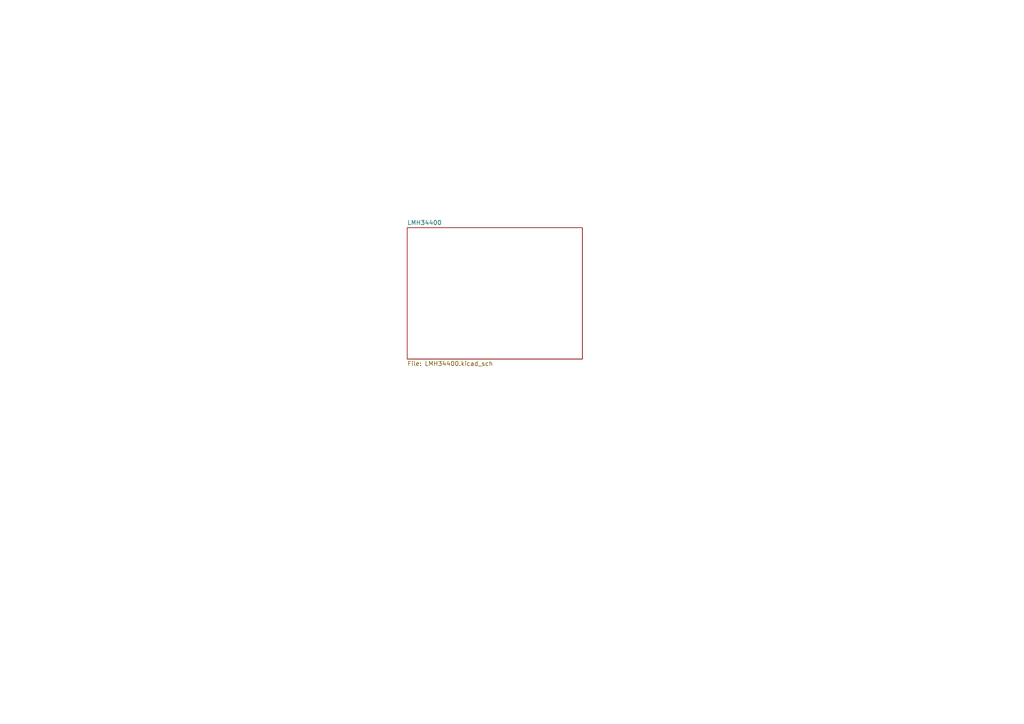
<source format=kicad_sch>
(kicad_sch
	(version 20231120)
	(generator "eeschema")
	(generator_version "8.0")
	(uuid "27381ed8-96e6-4041-ba7f-c08f9d949351")
	(paper "A4")
	(lib_symbols)
	(sheet
		(at 118.11 66.04)
		(size 50.8 38.1)
		(fields_autoplaced yes)
		(stroke
			(width 0.1524)
			(type solid)
		)
		(fill
			(color 0 0 0 0.0000)
		)
		(uuid "97796698-2adc-4146-98ed-b0bd6c43e980")
		(property "Sheetname" "LMH34400"
			(at 118.11 65.3284 0)
			(effects
				(font
					(size 1.27 1.27)
				)
				(justify left bottom)
			)
		)
		(property "Sheetfile" "LMH34400.kicad_sch"
			(at 118.11 104.7246 0)
			(effects
				(font
					(size 1.27 1.27)
				)
				(justify left top)
			)
		)
		(instances
			(project "LumiCom_TIA"
				(path "/27381ed8-96e6-4041-ba7f-c08f9d949351"
					(page "3")
				)
			)
		)
	)
	(sheet_instances
		(path "/"
			(page "1")
		)
	)
)

</source>
